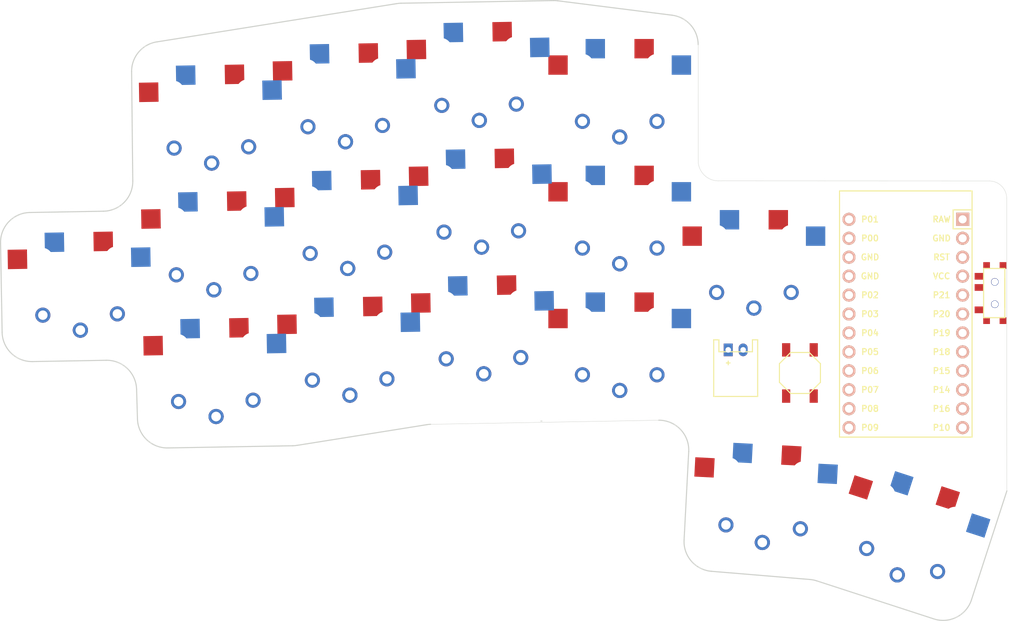
<source format=kicad_pcb>
(kicad_pcb (version 20221018) (generator pcbnew)
  (title_block (title "custom_split") (rev "v1.0.0") (company "Unknown"))
  (layers (0 "F.Cu" signal) (31 "B.Cu" signal) (34 "B.Paste" user) (35 "F.Paste" user) (36 "B.SilkS" user "B.Silkscreen") (37 "F.SilkS" user "F.Silkscreen") (38 "B.Mask" user) (39 "F.Mask" user) (44 "Edge.Cuts" user))
  (net 0 "")
  (net 1 "P5")
  (net 2 "GND")
  (net 3 "P9")
  (net 4 "P4")
  (net 5 "P2")
  (net 6 "P8")
  (net 7 "P3")
  (net 8 "P0")
  (net 9 "P16")
  (net 10 "P10")
  (net 11 "P1")
  (net 12 "P18")
  (net 13 "P15")
  (net 14 "P14")
  (net 15 "P19")
  (net 16 "P20")
  (net 17 "P21")
  (net 18 "RAW")
  (net 19 "RST")
  (net 20 "VCC")
  (net 21 "P6")
  (net 22 "P7")
  (footprint "E73:SPDT_C128955" (layer "F.Cu") (at 282.677422 154.94 -90)
    (fp_text reference "T1" hide)
    (fp_text value "" hide)
    (fp_line (start -3.3 -1.35) (end -3.3 1.5) (stroke (width 0.15)) (layer "F.SilkS"))
    (fp_line (start -3.3 1.5) (end 3.3 1.5) (stroke (width 0.15)) (layer "F.SilkS"))
    (fp_line (start 0 -1.35) (end -3.3 -1.35) (stroke (width 0.15)) (layer "F.SilkS"))
    (fp_line (start 0 -1.35) (end 3.3 -1.35) (stroke (width 0.15)) (layer "F.SilkS"))
    (fp_line (start 1.95 -1.35) (end -1.95 -1.35) (stroke (width 0.15)) (layer "F.SilkS"))
    (fp_line (start 3.3 1.5) (end 3.3 -1.35) (stroke (width 0.15)) (layer "F.SilkS"))
    (pad "" smd rect (at -3.7 -1.1 270) (size 0.9 0.9) (layers "F.Cu" "F.Paste" "F.Mask"))
    (pad "" smd rect (at -3.7 1.1 270) (size 0.9 0.9) (layers "F.Cu" "F.Paste" "F.Mask"))
    (pad "" np_thru_hole circle (at -1.5 0 271) (size 1 1) (drill 0.9) (layers "*.Cu" "*.Mask"))
    (pad "" np_thru_hole circle (at 1.5 0 271) (size 1 1) (drill 0.9) (layers "*.Cu" "*.Mask"))
    (pad "" smd rect (at 3.7 -1.1 270) (size 0.9 0.9) (layers "F.Cu" "F.Paste" "F.Mask"))
    (pad "" smd rect (at 3.7 1.1 270) (size 0.9 0.9) (layers "F.Cu" "F.Paste" "F.Mask"))
    (pad "1" smd rect (at 2.25 2.075 270) (size 0.9 1.25) (layers "F.Cu" "F.Paste" "F.Mask") (net 2 "GND"))
    (pad "2" smd rect (at -0.75 2.075 270) (size 0.9 1.25) (layers "F.Cu" "F.Paste" "F.Mask") (net 20 "VCC"))
    (pad "3" smd rect (at -2.25 2.075 270) (size 0.9 1.25) (layers "F.Cu" "F.Paste" "F.Mask"))
  )
  (footprint "E73:SW_TACT_ALPS_SKQGABE010" (layer "F.Cu") (at 256.54 165.66 -90)
    (fp_text reference "B1" hide)
    (fp_text value "" hide)
    (fp_line (start -2.75 -1.25) (end -2.75 1.25) (stroke (width 0.15)) (layer "F.SilkS"))
    (fp_line (start -2.75 -1.25) (end -1.25 -2.75) (stroke (width 0.15)) (layer "F.SilkS"))
    (fp_line (start -2.75 1.25) (end -1.25 2.75) (stroke (width 0.15)) (layer "F.SilkS"))
    (fp_line (start -1.25 -2.75) (end 1.25 -2.75) (stroke (width 0.15)) (layer "F.SilkS"))
    (fp_line (start -1.25 2.75) (end 1.25 2.75) (stroke (width 0.15)) (layer "F.SilkS"))
    (fp_line (start 2.75 -1.25) (end 1.25 -2.75) (stroke (width 0.15)) (layer "F.SilkS"))
    (fp_line (start 2.75 -1.25) (end 2.75 1.25) (stroke (width 0.15)) (layer "F.SilkS"))
    (fp_line (start 2.75 1.25) (end 1.25 2.75) (stroke (width 0.15)) (layer "F.SilkS"))
    (pad "1" smd rect (at -3.1 -1.85 270) (size 1.8 1.1) (layers "F.Cu" "F.Paste" "F.Mask") (net 2 "GND"))
    (pad "1" smd rect (at 3.1 -1.85 270) (size 1.8 1.1) (layers "F.Cu" "F.Paste" "F.Mask") (net 2 "GND"))
    (pad "2" smd rect (at -3.1 1.85 270) (size 1.8 1.1) (layers "F.Cu" "F.Paste" "F.Mask") (net 19 "RST"))
    (pad "2" smd rect (at 3.1 1.85 270) (size 1.8 1.1) (layers "F.Cu" "F.Paste" "F.Mask") (net 19 "RST"))
  )
  (footprint "PG1350" (layer "F.Cu") (at 159.911833 154.017364 -179)
    (fp_text reference "S17" hide)
    (fp_text value "" hide)
    (pad "" np_thru_hole circle (at -5.5 0 181) (size 1.7018 1.7018) (drill 1.7018) (layers "*.Cu" "*.Mask"))
    (pad "" np_thru_hole circle (at 0 0 181) (size 3.429 3.429) (drill 3.429) (layers "*.Cu" "*.Mask"))
    (pad "" np_thru_hole circle (at 5.5 0 181) (size 1.7018 1.7018) (drill 1.7018) (layers "*.Cu" "*.Mask"))
    (pad "1" thru_hole circle (at -5 -3.8 181) (size 2.032 2.032) (drill 1.27) (layers "*.Cu" "*.Mask") (net 1 "P5"))
    (pad "1" thru_hole circle (at 5 -3.8 181) (size 2.032 2.032) (drill 1.27) (layers "*.Cu" "*.Mask") (net 1 "P5"))
    (pad "2" thru_hole circle (at 0 -5.9 181) (size 2.032 2.032) (drill 1.27) (layers "*.Cu" "*.Mask") (net 2 "GND"))
    (pad "2" thru_hole circle (at 0 -5.9 181) (size 2.032 2.032) (drill 1.27) (layers "*.Cu" "*.Mask") (net 2 "GND"))
  )
  (footprint "PG1350" (layer "F.Cu") (at 213.428903 125.879077 -179)
    (fp_text reference "S26" hide)
    (fp_text value "" hide)
    (pad "" np_thru_hole circle (at -5.5 0 181) (size 1.7018 1.7018) (drill 1.7018) (layers "*.Cu" "*.Mask"))
    (pad "" np_thru_hole circle (at 0 0 181) (size 3.429 3.429) (drill 3.429) (layers "*.Cu" "*.Mask"))
    (pad "" np_thru_hole circle (at 5.5 0 181) (size 1.7018 1.7018) (drill 1.7018) (layers "*.Cu" "*.Mask"))
    (pad "1" thru_hole circle (at -5 -3.8 181) (size 2.032 2.032) (drill 1.27) (layers "*.Cu" "*.Mask") (net 11 "P1"))
    (pad "1" thru_hole circle (at 5 -3.8 181) (size 2.032 2.032) (drill 1.27) (layers "*.Cu" "*.Mask") (net 11 "P1"))
    (pad "2" thru_hole circle (at 0 -5.9 181) (size 2.032 2.032) (drill 1.27) (layers "*.Cu" "*.Mask") (net 2 "GND"))
    (pad "2" thru_hole circle (at 0 -5.9 181) (size 2.032 2.032) (drill 1.27) (layers "*.Cu" "*.Mask") (net 2 "GND"))
  )
  (footprint "PG1350" (layer "F.Cu") (at 251.804001 182.504131 -3)
    (fp_text reference "S15" hide)
    (fp_text value "" hide)
    (pad "" np_thru_hole circle (at -5.5 0 1) (size 1.7018 1.7018) (drill 1.7018) (layers "*.Cu" "*.Mask"))
    (pad "" np_thru_hole circle (at -5 -3.75 1) (size 3 3) (drill 3) (layers "*.Cu" "*.Mask"))
    (pad "" np_thru_hole circle (at 0 -5.95 1) (size 3 3) (drill 3) (layers "*.Cu" "*.Mask"))
    (pad "" np_thru_hole circle (at 0 -5.95 1) (size 3 3) (drill 3) (layers "*.Cu" "*.Mask"))
    (pad "" np_thru_hole circle (at 0 0 1) (size 3.429 3.429) (drill 3.429) (layers "*.Cu" "*.Mask"))
    (pad "" np_thru_hole circle (at 5 -3.75 1) (size 3 3) (drill 3) (layers "*.Cu" "*.Mask"))
    (pad "" np_thru_hole circle (at 5.5 0 1) (size 1.7018 1.7018) (drill 1.7018) (layers "*.Cu" "*.Mask"))
    (pad "1" smd rect (at -3.275 -5.95 357) (size 2.6 2.6) (layers "B.Cu" "B.Paste" "B.Mask") (net 16 "P20"))
    (pad "1" smd rect (at 3.275 -5.95 357) (size 2.6 2.6) (layers "F.Cu" "F.Paste" "F.Mask") (net 16 "P20"))
    (pad "2" smd rect (at -8.275 -3.75 357) (size 2.6 2.6) (layers "F.Cu" "F.Paste" "F.Mask") (net 2 "GND"))
    (pad "2" smd rect (at 8.275 -3.75 357) (size 2.6 2.6) (layers "B.Cu" "B.Paste" "B.Mask") (net 2 "GND"))
  )
  (footprint "PG1350" (layer "F.Cu") (at 232.364002 145.104131)
    (fp_text reference "S12" hide)
    (fp_text value "" hide)
    (pad "" np_thru_hole circle (at -5.5 0 1) (size 1.7018 1.7018) (drill 1.7018) (layers "*.Cu" "*.Mask"))
    (pad "" np_thru_hole circle (at -5 -3.75 1) (size 3 3) (drill 3) (layers "*.Cu" "*.Mask"))
    (pad "" np_thru_hole circle (at 0 -5.95 1) (size 3 3) (drill 3) (layers "*.Cu" "*.Mask"))
    (pad "" np_thru_hole circle (at 0 -5.95 1) (size 3 3) (drill 3) (layers "*.Cu" "*.Mask"))
    (pad "" np_thru_hole circle (at 0 0 1) (size 3.429 3.429) (drill 3.429) (layers "*.Cu" "*.Mask"))
    (pad "" np_thru_hole circle (at 5 -3.75 1) (size 3 3) (drill 3) (layers "*.Cu" "*.Mask"))
    (pad "" np_thru_hole circle (at 5.5 0 1) (size 1.7018 1.7018) (drill 1.7018) (layers "*.Cu" "*.Mask"))
    (pad "1" smd rect (at -3.275 -5.95) (size 2.6 2.6) (layers "B.Cu" "B.Paste" "B.Mask") (net 13 "P15"))
    (pad "1" smd rect (at 3.275 -5.95) (size 2.6 2.6) (layers "F.Cu" "F.Paste" "F.Mask") (net 13 "P15"))
    (pad "2" smd rect (at -8.275 -3.75) (size 2.6 2.6) (layers "F.Cu" "F.Paste" "F.Mask") (net 2 "GND"))
    (pad "2" smd rect (at 8.275 -3.75) (size 2.6 2.6) (layers "B.Cu" "B.Paste" "B.Mask") (net 2 "GND"))
  )
  (footprint "PG1350" (layer "F.Cu") (at 213.725594 142.876487 -179)
    (fp_text reference "S25" hide)
    (fp_text value "" hide)
    (pad "" np_thru_hole circle (at -5.5 0 181) (size 1.7018 1.7018) (drill 1.7018) (layers "*.Cu" "*.Mask"))
    (pad "" np_thru_hole circle (at 0 0 181) (size 3.429 3.429) (drill 3.429) (layers "*.Cu" "*.Mask"))
    (pad "" np_thru_hole circle (at 5.5 0 181) (size 1.7018 1.7018) (drill 1.7018) (layers "*.Cu" "*.Mask"))
    (pad "1" thru_hole circle (at -5 -3.8 181) (size 2.032 2.032) (drill 1.27) (layers "*.Cu" "*.Mask") (net 10 "P10"))
    (pad "1" thru_hole circle (at 5 -3.8 181) (size 2.032 2.032) (drill 1.27) (layers "*.Cu" "*.Mask") (net 10 "P10"))
    (pad "2" thru_hole circle (at 0 -5.9 181) (size 2.032 2.032) (drill 1.27) (layers "*.Cu" "*.Mask") (net 2 "GND"))
    (pad "2" thru_hole circle (at 0 -5.9 181) (size 2.032 2.032) (drill 1.27) (layers "*.Cu" "*.Mask") (net 2 "GND"))
  )
  (footprint "PG1350" (layer "F.Cu") (at 177.523394 131.606587 -179)
    (fp_text reference "S20" hide)
    (fp_text value "" hide)
    (pad "" np_thru_hole circle (at -5.5 0 181) (size 1.7018 1.7018) (drill 1.7018) (layers "*.Cu" "*.Mask"))
    (pad "" np_thru_hole circle (at 0 0 181) (size 3.429 3.429) (drill 3.429) (layers "*.Cu" "*.Mask"))
    (pad "" np_thru_hole circle (at 5.5 0 181) (size 1.7018 1.7018) (drill 1.7018) (layers "*.Cu" "*.Mask"))
    (pad "1" thru_hole circle (at -5 -3.8 181) (size 2.032 2.032) (drill 1.27) (layers "*.Cu" "*.Mask") (net 5 "P2"))
    (pad "1" thru_hole circle (at 5 -3.8 181) (size 2.032 2.032) (drill 1.27) (layers "*.Cu" "*.Mask") (net 5 "P2"))
    (pad "2" thru_hole circle (at 0 -5.9 181) (size 2.032 2.032) (drill 1.27) (layers "*.Cu" "*.Mask") (net 2 "GND"))
    (pad "2" thru_hole circle (at 0 -5.9 181) (size 2.032 2.032) (drill 1.27) (layers "*.Cu" "*.Mask") (net 2 "GND"))
  )
  (footprint "PG1350" (layer "F.Cu") (at 232.364002 128.10413 180)
    (fp_text reference "S29" hide)
    (fp_text value "" hide)
    (pad "" np_thru_hole circle (at -5.5 0 181) (size 1.7018 1.7018) (drill 1.7018) (layers "*.Cu" "*.Mask"))
    (pad "" np_thru_hole circle (at 0 0 181) (size 3.429 3.429) (drill 3.429) (layers "*.Cu" "*.Mask"))
    (pad "" np_thru_hole circle (at 5.5 0 181) (size 1.7018 1.7018) (drill 1.7018) (layers "*.Cu" "*.Mask"))
    (pad "1" thru_hole circle (at -5 -3.8 181) (size 2.032 2.032) (drill 1.27) (layers "*.Cu" "*.Mask") (net 14 "P14"))
    (pad "1" thru_hole circle (at 5 -3.8 181) (size 2.032 2.032) (drill 1.27) (layers "*.Cu" "*.Mask") (net 14 "P14"))
    (pad "2" thru_hole circle (at 0 -5.9 181) (size 2.032 2.032) (drill 1.27) (layers "*.Cu" "*.Mask") (net 2 "GND"))
    (pad "2" thru_hole circle (at 0 -5.9 181) (size 2.032 2.032) (drill 1.27) (layers "*.Cu" "*.Mask") (net 2 "GND"))
  )
  (footprint "PG1350" (layer "F.Cu") (at 196.06953 162.737653 1)
    (fp_text reference "S5" hide)
    (fp_text value "" hide)
    (pad "" np_thru_hole circle (at -5.5 0 1) (size 1.7018 1.7018) (drill 1.7018) (layers "*.Cu" "*.Mask"))
    (pad "" np_thru_hole circle (at -5 -3.75 1) (size 3 3) (drill 3) (layers "*.Cu" "*.Mask"))
    (pad "" np_thru_hole circle (at 0 -5.95 1) (size 3 3) (drill 3) (layers "*.Cu" "*.Mask"))
    (pad "" np_thru_hole circle (at 0 -5.95 1) (size 3 3) (drill 3) (layers "*.Cu" "*.Mask"))
    (pad "" np_thru_hole circle (at 0 0 1) (size 3.429 3.429) (drill 3.429) (layers "*.Cu" "*.Mask"))
    (pad "" np_thru_hole circle (at 5 -3.75 1) (size 3 3) (drill 3) (layers "*.Cu" "*.Mask"))
    (pad "" np_thru_hole circle (at 5.5 0 1) (size 1.7018 1.7018) (drill 1.7018) (layers "*.Cu" "*.Mask"))
    (pad "1" smd rect (at -3.275 -5.95 1) (size 2.6 2.6) (layers "B.Cu" "B.Paste" "B.Mask") (net 6 "P8"))
    (pad "1" smd rect (at 3.275 -5.95 1) (size 2.6 2.6) (layers "F.Cu" "F.Paste" "F.Mask") (net 6 "P8"))
    (pad "2" smd rect (at -8.275 -3.75 1) (size 2.6 2.6) (layers "F.Cu" "F.Paste" "F.Mask") (net 2 "GND"))
    (pad "2" smd rect (at 8.275 -3.75 1) (size 2.6 2.6) (layers "B.Cu" "B.Paste" "B.Mask") (net 2 "GND"))
  )
  (footprint "PG1350" (layer "F.Cu") (at 213.428903 125.879077 1)
    (fp_text reference "S10" hide)
    (fp_text value "" hide)
    (pad "" np_thru_hole circle (at -5.5 0 1) (size 1.7018 1.7018) (drill 1.7018) (layers "*.Cu" "*.Mask"))
    (pad "" np_thru_hole circle (at -5 -3.75 1) (size 3 3) (drill 3) (layers "*.Cu" "*.Mask"))
    (pad "" np_thru_hole circle (at 0 -5.95 1) (size 3 3) (drill 3) (layers "*.Cu" "*.Mask"))
    (pad "" np_thru_hole circle (at 0 -5.95 1) (size 3 3) (drill 3) (layers "*.Cu" "*.Mask"))
    (pad "" np_thru_hole circle (at 0 0 1) (size 3.429 3.429) (drill 3.429) (layers "*.Cu" "*.Mask"))
    (pad "" np_thru_hole circle (at 5 -3.75 1) (size 3 3) (drill 3) (layers "*.Cu" "*.Mask"))
    (pad "" np_thru_hole circle (at 5.5 0 1) (size 1.7018 1.7018) (drill 1.7018) (layers "*.Cu" "*.Mask"))
    (pad "1" smd rect (at -3.275 -5.95 1) (size 2.6 2.6) (layers "B.Cu" "B.Paste" "B.Mask") (net 11 "P1"))
    (pad "1" smd rect (at 3.275 -5.95 1) (size 2.6 2.6) (layers "F.Cu" "F.Paste" "F.Mask") (net 11 "P1"))
    (pad "2" smd rect (at -8.275 -3.75 1) (size 2.6 2.6) (layers "F.Cu" "F.Paste" "F.Mask") (net 2 "GND"))
    (pad "2" smd rect (at 8.275 -3.75 1) (size 2.6 2.6) (layers "B.Cu" "B.Paste" "B.Mask") (net 2 "GND"))
  )
  (footprint "PG1350" (layer "F.Cu") (at 214.022285 159.873898 -179)
    (fp_text reference "S24" hide)
    (fp_text value "" hide)
    (pad "" np_thru_hole circle (at -5.5 0 181) (size 1.7018 1.7018) (drill 1.7018) (layers "*.Cu" "*.Mask"))
    (pad "" np_thru_hole circle (at 0 0 181) (size 3.429 3.429) (drill 3.429) (layers "*.Cu" "*.Mask"))
    (pad "" np_thru_hole circle (at 5.5 0 181) (size 1.7018 1.7018) (drill 1.7018) (layers "*.Cu" "*.Mask"))
    (pad "1" thru_hole circle (at -5 -3.8 181) (size 2.032 2.032) (drill 1.27) (layers "*.Cu" "*.Mask") (net 9 "P16"))
    (pad "1" thru_hole circle (at 5 -3.8 181) (size 2.032 2.032) (drill 1.27) (layers "*.Cu" "*.Mask") (net 9 "P16"))
    (pad "2" thru_hole circle (at 0 -5.9 181) (size 2.032 2.032) (drill 1.27) (layers "*.Cu" "*.Mask") (net 2 "GND"))
    (pad "2" thru_hole circle (at 0 -5.9 181) (size 2.032 2.032) (drill 1.27) (layers "*.Cu" "*.Mask") (net 2 "GND"))
  )
  (footprint "PG1350" (layer "F.Cu") (at 271.420135 187.133694 -18)
    (fp_text reference "S16" hide)
    (fp_text value "" hide)
    (pad "" np_thru_hole circle (at -5.5 0 1) (size 1.7018 1.7018) (drill 1.7018) (layers "*.Cu" "*.Mask"))
    (pad "" np_thru_hole circle (at -5 -3.75 1) (size 3 3) (drill 3) (layers "*.Cu" "*.Mask"))
    (pad "" np_thru_hole circle (at 0 -5.95 1) (size 3 3) (drill 3) (layers "*.Cu" "*.Mask"))
    (pad "" np_thru_hole circle (at 0 -5.95 1) (size 3 3) (drill 3) (layers "*.Cu" "*.Mask"))
    (pad "" np_thru_hole circle (at 0 0 1) (size 3.429 3.429) (drill 3.429) (layers "*.Cu" "*.Mask"))
    (pad "" np_thru_hole circle (at 5 -3.75 1) (size 3 3) (drill 3) (layers "*.Cu" "*.Mask"))
    (pad "" np_thru_hole circle (at 5.5 0 1) (size 1.7018 1.7018) (drill 1.7018) (layers "*.Cu" "*.Mask"))
    (pad "1" smd rect (at -3.275 -5.95 342) (size 2.6 2.6) (layers "B.Cu" "B.Paste" "B.Mask") (net 17 "P21"))
    (pad "1" smd rect (at 3.275 -5.95 342) (size 2.6 2.6) (layers "F.Cu" "F.Paste" "F.Mask") (net 17 "P21"))
    (pad "2" smd rect (at -8.275 -3.75 342) (size 2.6 2.6) (layers "F.Cu" "F.Paste" "F.Mask") (net 2 "GND"))
    (pad "2" smd rect (at 8.275 -3.75 342) (size 2.6 2.6) (layers "B.Cu" "B.Paste" "B.Mask") (net 2 "GND"))
  )
  (footprint "PG1350" (layer "F.Cu") (at 196.06953 162.737653 -179)
    (fp_text reference "S21" hide)
    (fp_text value "" hide)
    (pad "" np_thru_hole circle (at -5.5 0 181) (size 1.7018 1.7018) (drill 1.7018) (layers "*.Cu" "*.Mask"))
    (pad "" np_thru_hole circle (at 0 0 181) (size 3.429 3.429) (drill 3.429) (layers "*.Cu" "*.Mask"))
    (pad "" np_thru_hole circle (at 5.5 0 181) (size 1.7018 1.7018) (drill 1.7018) (layers "*.Cu" "*.Mask"))
    (pad "1" thru_hole circle (at -5 -3.8 181) (size 2.032 2.032) (drill 1.27) (layers "*.Cu" "*.Mask") (net 6 "P8"))
    (pad "1" thru_hole circle (at 5 -3.8 181) (size 2.032 2.032) (drill 1.27) (layers "*.Cu" "*.Mask") (net 6 "P8"))
    (pad "2" thru_hole circle (at 0 -5.9 181) (size 2.032 2.032) (drill 1.27) (layers "*.Cu" "*.Mask") (net 2 "GND"))
    (pad "2" thru_hole circle (at 0 -5.9 181) (size 2.032 2.032) (drill 1.27) (layers "*.Cu" "*.Mask") (net 2 "GND"))
  )
  (footprint "PG1350" (layer "F.Cu") (at 195.476148 128.742832 1)
    (fp_text reference "S7" hide)
    (fp_text value "" hide)
    (pad "" np_thru_hole circle (at -5.5 0 1) (size 1.7018 1.7018) (drill 1.7018) (layers "*.Cu" "*.Mask"))
    (pad "" np_thru_hole circle (at -5 -3.75 1) (size 3 3) (drill 3) (layers "*.Cu" "*.Mask"))
    (pad "" np_thru_hole circle (at 0 -5.95 1) (size 3 3) (drill 3) (layers "*.Cu" "*.Mask"))
    (pad "" np_thru_hole circle (at 0 -5.95 1) (size 3 3) (drill 3) (layers "*.Cu" "*.Mask"))
    (pad "" np_thru_hole circle (at 0 0 1) (size 3.429 3.429) (drill 3.429) (layers "*.Cu" "*.Mask"))
    (pad "" np_thru_hole circle (at 5 -3.75 1) (size 3 3) (drill 3) (layers "*.Cu" "*.Mask"))
    (pad "" np_thru_hole circle (at 5.5 0 1) (size 1.7018 1.7018) (drill 1.7018) (layers "*.Cu" "*.Mask"))
    (pad "1" smd rect (at -3.275 -5.95 1) (size 2.6 2.6) (layers "B.Cu" "B.Paste" "B.Mask") (net 8 "P0"))
    (pad "1" smd rect (at 3.275 -5.95 1) (size 2.6 2.6) (layers "F.Cu" "F.Paste" "F.Mask") (net 8 "P0"))
    (pad "2" smd rect (at -8.275 -3.75 1) (size 2.6 2.6) (layers "F.Cu" "F.Paste" "F.Mask") (net 2 "GND"))
    (pad "2" smd rect (at 8.275 -3.75 1) (size 2.6 2.6) (layers "B.Cu" "B.Paste" "B.Mask") (net 2 "GND"))
  )
  (footprint "PG1350" (layer "F.Cu") (at 177.523394 131.606587 1)
    (fp_text reference "S4" hide)
    (fp_text value "" hide)
    (pad "" np_thru_hole circle (at -5.5 0 1) (size 1.7018 1.7018) (drill 1.7018) (layers "*.Cu" "*.Mask"))
    (pad "" np_thru_hole circle (at -5 -3.75 1) (size 3 3) (drill 3) (layers "*.Cu" "*.Mask"))
    (pad "" np_thru_hole circle (at 0 -5.95 1) (size 3 3) (drill 3) (layers "*.Cu" "*.Mask"))
    (pad "" np_thru_hole circle (at 0 -5.95 1) (size 3 3) (drill 3) (layers "*.Cu" "*.Mask"))
    (pad "" np_thru_hole circle (at 0 0 1) (size 3.429 3.429) (drill 3.429) (layers "*.Cu" "*.Mask"))
    (pad "" np_thru_hole circle (at 5 -3.75 1) (size 3 3) (drill 3) (layers "*.Cu" "*.Mask"))
    (pad "" np_thru_hole circle (at 5.5 0 1) (size 1.7018 1.7018) (drill 1.7018) (layers "*.Cu" "*.Mask"))
    (pad "1" smd rect (at -3.275 -5.95 1) (size 2.6 2.6) (layers "B.Cu" "B.Paste" "B.Mask") (net 5 "P2"))
    (pad "1" smd rect (at 3.275 -5.95 1) (size 2.6 2.6) (layers "F.Cu" "F.Paste" "F.Mask") (net 5 "P2"))
    (pad "2" smd rect (at -8.275 -3.75 1) (size 2.6 2.6) (layers "F.Cu" "F.Paste" "F.Mask") (net 2 "GND"))
    (pad "2" smd rect (at 8.275 -3.75 1) (size 2.6 2.6) (layers "B.Cu" "B.Paste" "B.Mask") (net 2 "GND"))
  )
  (footprint "PG1350" (layer "F.Cu") (at 232.364002 162.104131)
    (fp_text reference "S11" hide)
    (fp_text value "" hide)
    (pad "" np_thru_hole circle (at -5.5 0 1) (size 1.7018 1.7018) (drill 1.7018) (layers "*.Cu" "*.Mask"))
    (pad "" np_thru_hole circle (at -5 -3.75 1) (size 3 3) (drill 3) (layers "*.Cu" "*.Mask"))
    (pad "" np_thru_hole circle (at 0 -5.95 1) (size 3 3) (drill 3) (layers "*.Cu" "*.Mask"))
    (pad "" np_thru_hole circle (at 0 -5.95 1) (size 3 3) (drill 3) (layers "*.Cu" "*.Mask"))
    (pad "" np_thru_hole circle (at 0 0 1) (size 3.429 3.429) (drill 3.429) (layers "*.Cu" "*.Mask"))
    (pad "" np_thru_hole circle (at 5 -3.75 1) (size 3 3) (drill 3) (layers "*.Cu" "*.Mask"))
    (pad "" np_thru_hole circle (at 5.5 0 1) (size 1.7018 1.7018) (drill 1.7018) (layers "*.Cu" "*.Mask"))
    (pad "1" smd rect (at -3.275 -5.95) (size 2.6 2.6) (layers "B.Cu" "B.Paste" "B.Mask") (net 12 "P18"))
    (pad "1" smd rect (at 3.275 -5.95) (size 2.6 2.6) (layers "F.Cu" "F.Paste" "F.Mask") (net 12 "P18"))
    (pad "2" smd rect (at -8.275 -3.75) (size 2.6 2.6) (layers "F.Cu" "F.Paste" "F.Mask") (net 2 "GND"))
    (pad "2" smd rect (at 8.275 -3.75) (size 2.6 2.6) (layers "B.Cu" "B.Paste" "B.Mask") (net 2 "GND"))
  )
  (footprint "PG1350" (layer "F.Cu") (at 178.116775 165.601409 -179)
    (fp_text reference "S18" hide)
    (fp_text value "" hide)
    (pad "" np_thru_hole circle (at -5.5 0 181) (size 1.7018 1.7018) (drill 1.7018) (layers "*.Cu" "*.Mask"))
    (pad "" np_thru_hole circle (at 0 0 181) (size 3.429 3.429) (drill 3.429) (layers "*.Cu" "*.Mask"))
    (pad "" np_thru_hole circle (at 5.5 0 181) (size 1.7018 1.7018) (drill 1.7018) (layers "*.Cu" "*.Mask"))
    (pad "1" thru_hole circle (at -5 -3.8 181) (size 2.032 2.032) (drill 1.27) (layers "*.Cu" "*.Mask") (net 3 "P9"))
    (pad "1" thru_hole circle (at 5 -3.8 181) (size 2.032 2.032) (drill 1.27) (layers "*.Cu" "*.Mask") (net 3 "P9"))
    (pad "2" thru_hole circle (at 0 -5.9 181) (size 2.032 2.032) (drill 1.27) (layers "*.Cu" "*.Mask") (net 2 "GND"))
    (pad "2" thru_hole circle (at 0 -5.9 181) (size 2.032 2.032) (drill 1.27) (layers "*.Cu" "*.Mask") (net 2 "GND"))
  )
  (footprint "PG1350" (layer "F.Cu") (at 177.820084 148.603998 1)
    (fp_text reference "S3" hide)
    (fp_text value "" hide)
    (pad "" np_thru_hole circle (at -5.5 0 1) (size 1.7018 1.7018) (drill 1.7018) (layers "*.Cu" "*.Mask"))
    (pad "" np_thru_hole circle (at -5 -3.75 1) (size 3 3) (drill 3) (layers "*.Cu" "*.Mask"))
    (pad "" np_thru_hole circle (at 0 -5.95 1) (size 3 3) (drill 3) (layers "*.Cu" "*.Mask"))
    (pad "" np_thru_hole circle (at 0 -5.95 1) (size 3 3) (drill 3) (layers "*.Cu" "*.Mask"))
    (pad "" np_thru_hole circle (at 0 0 1) (size 3.429 3.429) (drill 3.429) (layers "*.Cu" "*.Mask"))
    (pad "" np_thru_hole circle (at 5 -3.75 1) (size 3 3) (drill 3) (layers "*.Cu" "*.Mask"))
    (pad "" np_thru_hole circle (at 5.5 0 1) (size 1.7018 1.7018) (drill 1.7018) (layers "*.Cu" "*.Mask"))
    (pad "1" smd rect (at -3.275 -5.95 1) (size 2.6 2.6) (layers "B.Cu" "B.Paste" "B.Mask") (net 4 "P4"))
    (pad "1" smd rect (at 3.275 -5.95 1) (size 2.6 2.6) (layers "F.Cu" "F.Paste" "F.Mask") (net 4 "P4"))
    (pad "2" smd rect (at -8.275 -3.75 1) (size 2.6 2.6) (layers "F.Cu" "F.Paste" "F.Mask") (net 2 "GND"))
    (pad "2" smd rect (at 8.275 -3.75 1) (size 2.6 2.6) (layers "B.Cu" "B.Paste" "B.Mask") (net 2 "GND"))
  )
  (footprint "PG1350" (layer "F.Cu") (at 214.022285 159.873898 1)
    (fp_text reference "S8" hide)
    (fp_text value "" hide)
    (pad "" np_thru_hole circle (at -5.5 0 1) (size 1.7018 1.7018) (drill 1.7018) (layers "*.Cu" "*.Mask"))
    (pad "" np_thru_hole circle (at -5 -3.75 1) (size 3 3) (drill 3) (layers "*.Cu" "*.Mask"))
    (pad "" np_thru_hole circle (at 0 -5.95 1) (size 3 3) (drill 3) (layers "*.Cu" "*.Mask"))
    (pad "" np_thru_hole circle (at 0 -5.95 1) (size 3 3) (drill 3) (layers "*.Cu" "*.Mask"))
    (pad "" np_thru_hole circle (at 0 0 1) (size 3.429 3.429) (drill 3.429) (layers "*.Cu" "*.Mask"))
    (pad "" np_thru_hole circle (at 5 -3.75 1) (size 3 3) (drill 3) (layers "*.Cu" "*.Mask"))
    (pad "" np_thru_hole circle (at 5.5 0 1) (size 1.7018 1.7018) (drill 1.7018) (layers "*.Cu" "*.Mask"))
    (pad "1" smd rect (at -3.275 -5.95 1) (size 2.6 2.6) (layers "B.Cu" "B.Paste" "B.Mask") (net 9 "P16"))
    (pad "1" smd rect (at 3.275 -5.95 1) (size 2.6 2.6) (layers "F.Cu" "F.Paste" "F.Mask") (net 9 "P16"))
    (pad "2" smd rect (at -8.275 -3.75 1) (size 2.6 2.6) (layers "F.Cu" "F.Paste" "F.Mask") (net 2 "GND"))
    (pad "2" smd rect (at 8.275 -3.75 1) (size 2.6 2.6) (layers "B.Cu" "B.Paste" "B.Mask") (net 2 "GND"))
  )
  (footprint "PG1350" (layer "F.Cu") (at 251.804001 182.504131 177)
    (fp_text reference "S31" hide)
    (fp_text value "" hide)
    (pad "" np_thru_hole circle (at -5.5 0 181) (size 1.7018 1.7018) (drill 1.7018) (layers "*.Cu" "*.Mask"))
    (pad "" np_thru_hole circle (at 0 0 181) (size 3.429 3.429) (drill 3.429) (layers "*.Cu" "*.Mask"))
    (pad "" np_thru_hole circle (at 5.5 0 181) (size 1.7018 1.7018) (drill 1.7018) (layers "*.Cu" "*.Mask"))
    (pad "1" thru_hole circle (at -5 -3.8 181) (size 2.032 2.032) (drill 1.27) (layers "*.Cu" "*.Mask") (net 16 "P20"))
    (pad "1" thru_hole circle (at 5 -3.8 181) (size 2.032 2.032) (drill 1.27) (layers "*.Cu" "*.Mask") (net 16 "P20"))
    (pad "2" thru_hole circle (at 0 -5.9 181) (size 2.032 2.032) (drill 1.27) (layers "*.Cu" "*.Mask") (net 2 "GND"))
    (pad "2" thru_hole circle (at 0 -5.9 181) (size 2.032 2.032) (drill 1.27) (layers "*.Cu" "*.Mask") (net 2 "GND"))
  )
  (footprint "PG1350" (layer "F.Cu") (at 232.364002 128.10413)
    (fp_text reference "S13" hide)
    (fp_text value "" hide)
    (pad "" np_thru_hole circle (at -5.5 0 1) (size 1.7018 1.7018) (drill 1.7018) (layers "*.Cu" "*.Mask"))
    (pad "" np_thru_hole circle (at -5 -3.75 1) (size 3 3) (drill 3) (layers "*.Cu" "*.Mask"))
    (pad "" np_thru_hole circle (at 0 -5.95 1) (size 3 3) (drill 3) (layers "*.Cu" "*.Mask"))
    (pad "" np_thru_hole circle (at 0 -5.95 1) (size 3 3) (drill 3) (layers "*.Cu" "*.Mask"))
    (pad "" np_thru_hole circle (at 0 0 1) (size 3.429 3.429) (drill 3.429) (layers "*.Cu" "*.Mask"))
    (pad "" np_thru_hole circle (at 5 -3.75 1) (size 3 3) (drill 3) (layers "*.Cu" "*.Mask"))
    (pad "" np_thru_hole circle (at 5.5 0 1) (size 1.7018 1.7018) (drill 1.7018) (layers "*.Cu" "*.Mask"))
    (pad "1" smd rect (at -3.275 -5.95) (size 2.6 2.6) (layers "B.Cu" "B.Paste" "B.Mask") (net 14 "P14"))
    (pad "1" smd rect (at 3.275 -5.95) (size 2.6 2.6) (layers "F.Cu" "F.Paste" "F.Mask") (net 14 "P14"))
    (pad "2" smd rect (at -8.275 -3.75) (size 2.6 2.6) (layers "F.Cu" "F.Paste" "F.Mask") (net 2 "GND"))
    (pad "2" smd rect (at 8.275 -3.75) (size 2.6 2.6) (layers "B.Cu" "B.Paste" "B.Mask") (net 2 "GND"))
  )
  (footprint "PG1350" (layer "F.Cu") (at 159.911833 154.017364 1)
    (fp_text reference "S1" hide)
    (fp_text value "" hide)
    (pad "" np_thru_hole circle (at -5.5 0 1) (size 1.7018 1.7018) (drill 1.7018) (layers "*.Cu" "*.Mask"))
    (pad "" np_thru_hole circle (at -5 -3.75 1) (size 3 3) (drill 3) (layers "*.Cu" "*.Mask"))
    (pad "" np_thru_hole circle (at 0 -5.95 1) (size 3 3) (drill 3) (layers "*.Cu" "*.Mask"))
    (pad "" np_thru_hole circle (at 0 -5.95 1) (size 3 3) (drill 3) (layers "*.Cu" "*.Mask"))
    (pad "" np_thru_hole circle (at 0 0 1) (size 3.429 3.429) (drill 3.429) (layers "*.Cu" "*.Mask"))
    (pad "" np_thru_hole circle (at 5 -3.75 1) (size 3 3) (drill 3) (layers "*.Cu" "*.Mask"))
    (pad "" np_thru_hole circle (at 5.5 0 1) (size 1.7018 1.7018) (drill 1.7018) (layers "*.Cu" "*.Mask"))
    (pad "1" smd rect (at -3.275 -5.95 1) (size 2.6 2.6) (layers "B.Cu" "B.Paste" "B.Mask") (net 1 "P5"))
    (pad "1" smd rect (at 3.275 -5.95 1) (size 2.6 2.6) (layers "F.Cu" "F.Paste" "F.Mask") (net 1 "P5"))
    (pad "2" smd rect (at -8.275 -3.75 1) (size 2.6 2.6) (layers "F.Cu" "F.Paste" "F.Mask") (net 2 "GND"))
    (pad "2" smd rect (at 8.275 -3.75 1) (size 2.6 2.6) (layers "B.Cu" "B.Paste" "B.Mask") (net 2 "GND"))
  )
  (footprint "PG1350" (layer "F.Cu") (at 195.772839 145.740243 1)
    (fp_text reference "S6" hide)
    (fp_text value "" hide)
    (pad "" np_thru_hole circle (at -5.5 0 1) (size 1.7018 1.7018) (drill 1.7018) (layers "*.Cu" "*.Mask"))
    (pad "" np_thru_hole circle (at -5 -3.75 1) (size 3 3) (drill 3) (layers "*.Cu" "*.Mask"))
    (pad "" np_thru_hole circle (at 0 -5.95 1) (size 3 3) (drill 3) (layers "*.Cu" "*.Mask"))
    (pad "" np_thru_hole circle (at 0 -5.95 1) (size 3 3) (drill 3) (layers "*.Cu" "*.Mask"))
    (pad "" np_thru_hole circle (at 0 0 1) (size 3.429 3.429) (drill 3.429) (layers "*.Cu" "*.Mask"))
    (pad "" np_thru_hole circle (at 5 -3.75 1) (size 3 3) (drill 3) (layers "*.Cu" "*.Mask"))
    (pad "" np_thru_hole circle (at 5.5 0 1) (size 1.7018 1.7018) (drill 1.7018) (layers "*.Cu" "*.Mask"))
    (pad "1" smd rect (at -3.275 -5.95 1) (size 2.6 2.6) (layers "B.Cu" "B.Paste" "B.Mask") (net 7 "P3"))
    (pad "1" smd rect (at 3.275 -5.95 1) (size 2.6 2.6) (layers "F.Cu" "F.Paste" "F.Mask") (net 7 "P3"))
    (pad "2" smd rect (at -8.275 -3.75 1) (size 2.6 2.6) (layers "F.Cu" "F.Paste" "F.Mask") (net 2 "GND"))
    (pad "2" smd rect (at 8.275 -3.75 1) (size 2.6 2.6) (layers "B.Cu" "B.Paste" "B.Mask") (net 2 "GND"))
  )
  (footprint "PG1350" (layer "F.Cu") (at 178.116775 165.601409 1)
    (fp_text reference "S2" hide)
    (fp_text value "" hide)
    (pad "" np_thru_hole circle (at -5.5 0 1) (size 1.7018 1.7018) (drill 1.7018) (layers "*.Cu" "*.Mask"))
    (pad "" np_thru_hole circle (at -5 -3.75 1) (size 3 3) (drill 3) (layers "*.Cu" "*.Mask"))
    (pad "" np_thru_hole circle (at 0 -5.95 1) (size 3 3) (drill 3) (layers "*.Cu" "*.Mask"))
    (pad "" np_thru_hole circle (at 0 -5.95 1) (size 3 3) (drill 3) (layers "*.Cu" "*.Mask"))
    (pad "" np_thru_hole circle (at 0 0 1) (size 3.429 3.429) (drill 3.429) (layers "*.Cu" "*.Mask"))
    (pad "" np_thru_hole circle (at 5 -3.75 1) (size 3 3) (drill 3) (layers "*.Cu" "*.Mask"))
    (pad "" np_thru_hole circle (at 5.5 0 1) (size 1.7018 1.7018) (drill 1.7018) (layers "*.Cu" "*.Mask"))
    (pad "1" smd rect (at -3.275 -5.95 1) (size 2.6 2.6) (layers "B.Cu" "B.Paste" "B.Mask") (net 3 "P9"))
    (pad "1" smd rect (at 3.275 -5.95 1) (size 2.6 2.6) (layers "F.Cu" "F.Paste" "F.Mask") (net 3 "P9"))
    (pad "2" smd rect (at -8.275 -3.75 1) (size 2.6 2.6) (layers "F.Cu" "F.Paste" "F.Mask") (net 2 "GND"))
    (pad "2" smd rect (at 8.275 -3.75 1) (size 2.6 2.6) (layers "B.Cu" "B.Paste" "B.Mask") (net 2 "GND"))
  )
  (footprint "PG1350" (layer "F.Cu") (at 195.772839 145.740243 -179)
    (fp_text reference "S22" hide)
    (fp_text value "" hide)
    (pad "" np_thru_hole circle (at -5.5 0 181) (size 1.7018 1.7018) (drill 1.7018) (layers "*.Cu" "*.Mask"))
    (pad "" np_thru_hole circle (at 0 0 181) (size 3.429 3.429) (drill 3.429) (layers "*.Cu" "*.Mask"))
    (pad "" np_thru_hole circle (at 5.5 0 181) (size 1.7018 1.7018) (drill 1.7018) (layers "*.Cu" "*.Mask"))
    (pad "1" thru_hole circle (at -5 -3.8 181) (size 2.032 2.032) (drill 1.27) (layers "*.Cu" "*.Mask") (net 7 "P3"))
    (pad "1" thru_hole circle (at 5 -3.8 181) (size 2.032 2.032) (drill 1.27) (layers "*.Cu" "*.Mask") (net 7 "P3"))
    (pad "2" thru_hole circle (at 0 -5.9 181) (size 2.032 2.032) (drill 1.27) (layers "*.Cu" "*.Mask") (net 2 "GND"))
    (pad "2" thru_hole circle (at 0 -5.9 181) (size 2.032 2.032) (drill 1.27) (layers "*.Cu" "*.Mask") (net 2 "GND"))
  )
  (footprint "PG1350" (layer "F.Cu") (at 271.420135 187.133694 162)
    (fp_text reference "S32" hide)
    (fp_text value "" hide)
    (pad "" np_thru_hole circle (at -5.5 0 181) (size 1.7018 1.7018) (drill 1.7018) (layers "*.Cu" "*.Mask"))
    (pad "" np_thru_hole circle (at 0 0 181) (size 3.429 3.429) (drill 3.429) (layers "*.Cu" "*.Mask"))
    (pad "" np_thru_hole circle (at 5.5 0 181) (size 1.7018 1.7018) (drill 1.7018) (layers "*.Cu" "*.Mask"))
    (pad "1" thru_hole circle (at -5 -3.8 181) (size 2.032 2.032) (drill 1.27) (layers "*.Cu" "*.Mask") (net 17 "P21"))
    (pad "1" thru_hole circle (at 5 -3.8 181) (size 2.032 2.032) (drill 1.27) (layers "*.Cu" "*.Mask") (net 17 "P21"))
    (pad "2" thru_hole circle (at 0 -5.9 181) (size 2.032 2.032) (drill 1.27) (layers "*.Cu" "*.Mask") (net 2 "GND"))
    (pad "2" thru_hole circle (at 0 -5.9 181) (size 2.032 2.032) (drill 1.27) (layers "*.Cu" "*.Mask") (net 2 "GND"))
  )
  (footprint "JST_PH_S2B-PH-K_02x2.00mm_Angled" (layer "F.Cu") (at 247.92 162.56)
    (fp_text reference "JST1" hide)
    (fp_text value "" hide)
    (fp_line (start -2.95 -1.35) (end -2.95 6.25) (stroke (width 0.15)) (layer "F.SilkS"))
    (fp_line (start -2.95 6.25) (end 2.95 6.25) (stroke (width 0.15)) (layer "F.SilkS"))
    (fp_line (start -2.25 -1.35) (end -2.95 -1.35) (stroke (width 0.15)) (layer "F.SilkS"))
    (fp_line (start -2.25 0.25) (end -2.25 -1.35) (stroke (width 0.15)) (layer "F.SilkS"))
    (fp_line (start -1.25 1.75) (end -0.75 1.75) (stroke (width 0.15)) (layer "F.SilkS"))
    (fp_line (start -1 1.5) (end -1 2) (stroke (width 0.15)) (layer "F.SilkS"))
    (fp_line (start 2.25 -1.35) (end 2.25 0.25) (stroke (width 0.15)) (layer "F.SilkS"))
    (fp_line (start 2.25 0.25) (end -2.25 0.25) (stroke (width 0.15)) (layer "F.SilkS"))
    (fp_line (start 2.95 -1.35) (end 2.25 -1.35) (stroke (width 0.15)) (layer "F.SilkS"))
    (fp_line (start 2.95 6.25) (end 2.95 -1.35) (stroke (width 0.15)) (layer "F.SilkS"))
    (pad "1" thru_hole rect (at -1 0) (size 1.2 1.7) (drill 0.75) (layers "*.Cu" "*.Mask") (net 20 "VCC"))
    (pad "2" thru_hole oval (at 1 0) (size 1.2 1.7) (drill 0.75) (layers "*.Cu" "*.Mask") (net 2 "GND"))
  )
  (footprint "PG1350" (layer "F.Cu") (at 232.364002 162.104131 180)
    (fp_text reference "S27" hide)
    (fp_text value "" hide)
    (pad "" np_thru_hole circle (at -5.5 0 181) (size 1.7018 1.7018) (drill 1.7018) (layers "*.Cu" "*.Mask"))
    (pad "" np_thru_hole circle (at 0 0 181) (size 3.429 3.429) (drill 3.429) (layers "*.Cu" "*.Mask"))
    (pad "" np_thru_hole circle (at 5.5 0 181) (size 1.7018 1.7018) (drill 1.7018) (layers "*.Cu" "*.Mask"))
    (pad "1" thru_hole circle (at -5 -3.8 181) (size 2.032 2.032) (drill 1.27) (layers "*.Cu" "*.Mask") (net 12 "P18"))
    (pad "1" thru_hole circle (at 5 -3.8 181) (size 2.032 2.032) (drill 1.27) (layers "*.Cu" "*.Mask") (net 12 "P18"))
    (pad "2" thru_hole circle (at 0 -5.9 181) (size 2.032 2.032) (drill 1.27) (layers "*.Cu" "*.Mask") (net 2 "GND"))
    (pad "2" thru_hole circle (at 0 -5.9 181) (size 2.032 2.032) (drill 1.27) (layers "*.Cu" "*.Mask") (net 2 "GND"))
  )
  (footprint "PG1350" (layer "F.Cu") (at 232.364002 145.104131 180)
    (fp_text reference "S28" hide)
    (fp_text value "" hide)
    (pad "" np_thru_hole circle (at -5.5 0 181) (size 1.7018 1.7018) (drill 1.7018) (layers "*.Cu" "*.Mask"))
    (pad "" np_thru_hole circle (at 0 0 181) (size 3.429 3.429) (drill 3.429) (layers "*.Cu" "*.Mask"))
    (pad "" np_thru_hole circle (at 5.5 0 181) (size 1.7018 1.7018) (drill 1.7018) (layers "*.Cu" "*.Mask"))
    (pad "1" thru_hole circle (at -5 -3.8 181) (size 2.032 2.032) (drill 1.27) (layers "*.Cu" "*.Mask") (net 13 "P15"))
    (pad "1" thru_hole circle (at 5 -3.8 181) (size 2.032 2.032) (drill 1.27) (layers "*.Cu" "*.Mask") (net 13 "P15"))
    (pad "2" thru_hole circle (at 0 -5.9 181) (size 2.032 2.032) (drill 1.27) (layers "*.Cu" "*.Mask") (net 2 "GND"))
    (pad "2" thru_hole circle (at 0 -5.9 181) (size 2.032 2.032) (drill 1.27) (layers "*.Cu" "*.Mask") (net 2 "GND"))
  )
  (footprint "PG1350" (layer "F.Cu") (at 213.725594 142.876487 1)
    (fp_text reference "S9" hide)
    (fp_text value "" hide)
    (pad "" np_thru_hole circle (at -5.5 0 1) (size 1.7018 1.7018) (drill 1.7018) (layers "*.Cu" "*.Mask"))
    (pad "" np_thru_hole circle (at -5 -3.75 1) (size 3 3) (drill 3) (layers "*.Cu" "*.Mask"))
    (pad "" np_thru_hole circle (at 0 -5.95 1) (size 3 3) (drill 3) (layers "*.Cu" "*.Mask"))
    (pad "" np_thru_hole circle (at 0 -5.95 1) (size 3 3) (drill 3) (layers "*.Cu" "*.Mask"))
    (pad "" np_thru_hole circle (at 0 0 1) (size 3.429 3.429) (drill 3.429) (layers "*.Cu" "*.Mask"))
    (pad "" np_thru_hole circle (at 5 -3.75 1) (size 3 3) (drill 3) (layers "*.Cu" "*.Mask"))
    (pad "" np_thru_hole circle (at 5.5 0 1) (size 1.7018 1.7018) (drill 1.7018) (layers "*.Cu" "*.Mask"))
    (pad "1" smd rect (at -3.275 -5.95 1) (size 2.6 2.6) (layers "B.Cu" "B.Paste" "B.Mask") (net 10 "P10"))
    (pad "1" smd rect (at 3.275 -5.95 1) (size 2.6 2.6) (layers "F.Cu" "F.Paste" "F.Mask") (net 10 "P10"))
    (pad "2" smd rect (at -8.275 -3.75 1) (size 2.6 2.6) (layers "F.Cu" "F.Paste" "F.Mask") (net 2 "GND"))
    (pad "2" smd rect (at 8.275 -3.75 1) (size 2.6 2.6) (layers "B.Cu" "B.Paste" "B.Mask") (net 2 "GND"))
  )
  (footprint "PG1350" (layer "F.Cu") (at 250.364002 151.054131)
    (fp_text reference "S14" hide)
    (fp_text value "" hide)
    (pad "" np_thru_hole circle (at -5.5 0 1) (size 1.7018 1.7018) (drill 1.7018) (layers "*.Cu" "*.Mask"))
    (pad "" np_thru_hole circle (at -5 -3.75 1) (size 3 3) (drill 3) (layers "*.Cu" "*.Mask"))
    (pad "" np_thru_hole circle (at 0 -5.95 1) (size 3 3) (drill 3) (layers "*.Cu" "*.Mask"))
    (pad "" np_thru_hole circle (at 0 -5.95 1) (size 3 3) (drill 3) (layers "*.Cu" "*.Mask"))
    (pad "" np_thru_hole circle (at 0 0 1) (size 3.429 3.429) (drill 3.429) (layers "*.Cu" "*.Mask"))
    (pad "" np_thru_hole circle (at 5 -3.75 1) (size 3 3) (drill 3) (layers "*.Cu" "*.Mask"))
    (pad "" np_thru_hole circle (at 5.5 0 1) (size 1.7018 1.7018) (drill 1.7018) (layers "*.Cu" "*.Mask"))
    (pad "1" smd rect (at -3.275 -5.95) (size 2.6 2.6) (layers "B.Cu" "B.Paste" "B.Mask") (net 15 "P19"))
    (pad "1" smd rect (at 3.275 -5.95) (size 2.6 2.6) (layers "F.Cu" "F.Paste" "F.Mask") (net 15 "P19"))
    (pad "2" smd rect (at -8.275 -3.75) (size 2.6 2.6) (layers "F.Cu" "F.Paste" "F.Mask") (net 2 "GND"))
    (pad "2" smd rect (at 8.275 -3.75) (size 2.6 2.6) (layers "B.Cu" "B.Paste" "B.Mask") (net 2 "GND"))
  )
  (footprint "PG1350" (layer "F.Cu") (at 250.364002 151.054131 180)
    (fp_text reference "S30" hide)
    (fp_text value "" hide)
    (pad "" np_thru_hole circle (at -5.5 0 181) (size 1.7018 1.7018) (drill 1.7018) (layers "*.Cu" "*.Mask"))
    (pad "" np_thru_hole circle (at 0 0 181) (size 3.429 3.429) (drill 3.429) (layers "*.Cu" "*.Mask"))
    (pad "" np_thru_hole circle (at 5.5 0 181) (size 1.7018 1.7018) (drill 1.7018) (layers "*.Cu" "*.Mask"))
    (pad "1" thru_hole circle (at -5 -3.8 181) (size 2.032 2.032) (drill 1.27) (layers "*.Cu" "*.Mask") (net 15 "P19"))
    (pad "1" thru_hole circle (at 5 -3.8 181) (size 2.032 2.032) (drill 1.27) (layers "*.Cu" "*.Mask") (net 15 "P19"))
    (pad "2" thru_hole circle (at 0 -5.9 181) (size 2.032 2.032) (drill 1.27) (layers "*.Cu" "*.Mask") (net 2 "GND"))
    (pad "2" thru_hole circle (at 0 -5.9 181) (size 2.032 2.032) (drill 1.27) (layers "*.Cu" "*.Mask") (net 2 "GND"))
  )
  (footprint "PG1350" (layer "F.Cu") (at 195.476148 128.742832 -179)
    (fp_text reference "S23" hide)
    (fp_text value "" hide)
    (pad "" np_thru_hole circle (at -5.5 0 181) (size 1.7018 1.7018) (drill 1.7018) (layers "*.Cu" "*.Mask"))
    (pad "" np_thru_hole circle (at 0 0 181) (size 3.429 3.429) (drill 3.429) (layers "*.Cu" "*.Mask"))
    (pad "" np_thru_hole circle (at 5.5 0 181) (size 1.7018 1.7018) (drill 1.7018) (layers "*.Cu" "*.Mask"))
    (pad "1" thru_hole circle (at -5 -3.8 181) (size 2.032 2.032) (drill 1.27) (layers "*.Cu" "*.Mask") (net 8 "P0"))
    (pad "1" thru_hole circle (at 5 -3.8 181) (size 2.032 2.032) (drill 1.27) (layers "*.Cu" "*.Mask") (net 8 "P0"))
    (pad "2" thru_hole circle (at 0 -5.9 181) (size 2.032 2.032) (drill 1.27) (layers "*.Cu" "*.Mask") (net 2 "GND"))
    (pad "2" thru_hole circle (at 0 -5.9 181) (size 2.032 2.032) (drill 1.27) (layers "*.Cu" "*.Mask") (net 2 "GND"))
  )
  (footprint "ProMicro" (layer "F.Cu") (at 270.74 159.02 -90)
    (fp_text reference "MCU1" hide)
    (fp_text value "" hide)
    (fp_text user "P19" (at 1.27 -4.8) (layer "F.SilkS") (effects (font (size 0.8 0.8))))
    (fp_text user "P09" (at 13.97 4.8) (layer "F.SilkS") (effects (font (size 0.8 0.8))))
    (fp_text user "P16" (at 11.43 -4.8) (layer "F.SilkS") (effects (font (size 0.8 0.8))))
    (fp_text user "P04" (at 1.27 4.8) (layer "F.SilkS") (effects (font (size 0.8 0.8))))
    (fp_text user "GND" (at -11.43 -4.8) (layer "F.SilkS") (effects (font (size 0.8 0.8))))
    (fp_text user "P00" (at -11.43 4.8) (layer "F.SilkS") (effects (font (size 0.8 0.8))))
    (fp_text user "P06" (at 6.35 4.8) (layer "F.SilkS") (effects (font (size 0.8 0.8))))
    (fp_text user "P07" (at 8.89 4.8) (layer "F.SilkS") (effects (font (size 0.8 0.8))))
    (fp_text user "P03" (at -1.27 4.8) (layer "F.SilkS") (effects (font (size 0.8 0.8))))
    (fp_text user "GND" (at -8.89 4.8) (layer "F.SilkS") (effects (font (size 0.8 0.8))))
    (fp_text user "P15" (at 6.35 -4.8) (layer "F.SilkS") (effects (font (size 0.8 0.8))))
    (fp_text user "P05" (at 3.81 4.8) (layer "F.SilkS") (effects (font (size 0.8 0.8))))
    (fp_text user "P18" (at 3.81 -4.8) (layer "F.SilkS") (effects (font (size 0.8 0.8))))
    (fp_text user "P21" (at -3.81 -4.8) (layer "F.SilkS") (effects (font (size 0.8 0.8))))
    (fp_text user "P20" (at -1.27 -4.8) (layer "F.SilkS") (effects (font (size 0.8 0.8))))
    (fp_text user "P01" (at -13.97 4.8) (layer "F.SilkS") (effects (font (size 0.8 0.8))))
    (fp_text user "RAW" (at -13.97 -4.8) (layer "F.SilkS") (effects (font (size 0.8 0.8))))
    (fp_text user "VCC" (at -6.35 -4.8) (layer "F.SilkS") (effects (font (size 0.8 0.8))))
    (fp_text user "P02" (at -3.81 4.8) (layer "F.SilkS") (effects (font (size 0.8 0.8))))
    (fp_text user "GND" (at -6.35 4.8) (layer "F.SilkS") (effects (font (size 0.8 0.8))))
    (fp_text user "RST" (at -8.89 -4.8) (layer "F.SilkS") (effects (font (size 0.8 0.8))))
    (fp_text user "P14" (at 8.89 -4.8) (layer "F.SilkS") (effects (font (size 0.8 0.8))))
    (fp_text user "P10" (at 13.97 -4.8) (layer "F.SilkS") (effects (font (size 0.8 0.8))))
    (fp_text user "P08" (at 11.43 4.8) (layer "F.SilkS") (effects (font (size 0.8 0.8))))
    (fp_line (start -17.78 -8.89) (end -17.78 8.89) (stroke (width 0.15)) (layer "F.SilkS"))
    (fp_line (start -17.78 8.89) (end 15.24 8.89) (stroke (width 0.15)) (layer "F.SilkS"))
    (fp_line (start -15.24 -6.35) (end -15.24 -8.89) (stroke (width 0.15)) (layer "F.SilkS"))
    (fp_line (start -15.24 -6.35) (end -12.7 -6.35) (stroke (width 0.15)) (layer "F.SilkS"))
    (fp_line (start -12.7 -6.35) (end -12.7 -8.89) (stroke (width 0.15)) (layer "F.SilkS"))
    (fp_line (start 15.24 -8.89) (end -17.78 -8.89) (stroke (width 0.15)) (layer "F.SilkS"))
    (fp_line (start 15.24 8.89) (end 15.24 -8.89) (stroke (width 0.15)) (layer "F.SilkS"))
    (pad "1" thru_hole rect (at -13.97 -7.62 270) (size 1.7526 1.7526) (drill 1.0922) (layers "*.Cu" "*.SilkS" "*.Mask") (net 18 "RAW"))
    (pad "2" thru_hole circle (at -11.43 -7.62 1) (size 1.7526 1.7526) (drill 1.0922) (layers "*.Cu" "*.SilkS" "*.Mask") (net 2 "GND"))
    (pad "3" thru_hole circle (at -8.89 -7.62 1) (size 1.7526 1.7526) (drill 1.0922) (layers "*.Cu" "*.SilkS" "*.Mask") (net 19 "RST"))
    (pad "4" thru_hole circle (at -6.35 -7.62 1) (size 1.7526 1.7526) (drill 1.0922) (layers "*.Cu" "*.SilkS" "*.Mask") (net 20 "VCC"))
    (pad "5" thru_hole circle (at -3.81 -7.62 1) (size 1.7526 1.7526) (drill 1.0922) (layers "*.Cu" "*.SilkS" "*.Mask") (net 17 "P21"))
    (pad "6" thru_hole circle (at -1.27 -7.62 1) (size 1.7526 1.7526) (drill 1.0922) (layers "*.Cu" "*.SilkS" "*.Mask") (net 16 "P20"))
    (pad "7" thru_hole circle (at 1.27 -7.62 1) (size 1.7526 1.7526) (drill 1.0922) (layers "*.Cu" "*.SilkS" "*.Mask") (net 15 "P19"))
    (pad "8" thru_hole circle (at 3.81 -7.62 1) (size 1.7526 1.7526) (drill 1.0922) (layers "*.Cu" "*.SilkS" "*.Mask") (net 12 "P18"))
    (pad "9" thru_hole circle (at 6.35 -7.62 1) (size 1.7526 1.7526) (drill 1.0922) (layers "*.Cu" "*.SilkS" "*.Mask") (net 13 "P15"))
    (pad "10" thru_hole circle (at 8.89 -7.62 1) (size 1.7526 1.7526) (drill 1.0922) (layers "*.Cu" "*.SilkS" "*.Mask") (net 14 "P14"))
    (pad "11" thru_hole circle (at 11.43 -7.62 1) (size 1.7526 1.7526) (drill 1.0922) (layers "*.Cu" "*.SilkS" "*.Mask") (net 9 "P16"))
    (pad "12" thru_hole circle (at 13.97 -7.62 1) (size 1.7526 1.7526) (drill 1.0922) (layers "*.Cu" "*.SilkS" "*.Mask") (net 10 "P10"))
    (pad "13" thru_hole circle (at -13.97 7.62 1) (size 1.7526 1.7526) (drill 1.0922) (layers "*.Cu" "*.SilkS" "*.Mask") (net 11 "P1"))
    (pad "14" thru_hole circle (at -11.43 7.62 1) (size 1.7526 1.7526) (drill 1.0922) (layers "*.Cu" "*.SilkS" "*.Mask") (net 8 "P0"))
    (pad "15" thru_hole circle (at -8.89 7.62 1) (size 1.7526 1.7526) (drill 1.0922) (layers "*.Cu" "*.SilkS" "*.Mask") (net 2 "GND"))
    (pad "16" thru_hole circle (at -6.35 7.62 1) (size 1.7526 1.7526) (drill 1.0922) (layers "*.Cu" "*.SilkS" "*.Mask") (net 2 "GND"))
    (pad "17" thru_hole circle (at -3.81 7.62 1) (size 1.7526 1.7526) (drill 1.0922) (layers "*.Cu" "*.SilkS" "*.Mask") (net 5 "P2"))
    (pad "18" thru_hole circle (at -1.27 7.62 1) (size 1.7526 1.7526) (drill 1.0922) (layers "*.Cu" "*.SilkS" "*.Mask") (net 7 "P3"))
    (pad "19" thru_hole circle (at 1.27 7.62 1) (size 1.7526 1.7526) (drill 1.0922) (layers "*.Cu" "*.SilkS" "*.Mask") (net 4 "P4"))
    (pad "20" thru_hole circle (at 3.81 7.62 1) (size 1.7526 1.7526) (drill 1.0922) (layers "*.Cu" "*.SilkS" "*.Mask") (net 1 "P5"))
    (pad "21" thru_hole circle (at 6.35 7.62 1) (size 1.7526 1.7526) (drill 1.0922) (layers "*.Cu" "*.SilkS" "*.Mask") (net 21 "P6"))
    (pad "22" thru_hole circle (at 8.89 7.62 1) (size 1.7526 1.7526) (drill 1.0922) (layers "*.Cu" "*.SilkS" "*.Mask") (net 22 "P7"))
    (pad "23" thru_hole circle (at 11.43 7.62 1) (size 1.7526 1.7526) (drill 1.0922) (layers "*.Cu" "*.SilkS" "*.Mask") (net 6 "P8"))
    (pad "24" thru_hole circle (at 13.97 7.62 1) (size 1.7526 1.7526) (drill 1.0922) (layers "*.Cu" "*.SilkS" "*.Mask") (net 3 "P9"))
  )
  (footprint "PG1350" (layer "F.Cu") (at 177.820084 148.603998 -179)
    (fp_text reference "S19" hide)
    (fp_text value "" hide)
    (pad "" np_thru_hole circle (at -5.5 0 181) (size 1.7018 1.7018) (drill 1.7018) (layers "*.Cu" "*.Mask"))
    (pad "" np_thru_hole circle (at 0 0 181) (size 3.429 3.429) (drill 3.429) (layers "*.Cu" "*.Mask"))
    (pad "" np_thru_hole circle (at 5.5 0 181) (size 1.7018 1.7018) (drill 1.7018) (layers "*.Cu" "*.Mask"))
    (pad "1" thru_hole circle (at -5 -3.8 181) (size 2.032 2.032) (drill 1.27) (layers "*.Cu" "*.Mask") (net 4 "P4"))
    (pad "1" thru_hole circle (at 5 -3.8 181) (size 2.032 2.032) (drill 1.27) (layers "*.Cu" "*.Mask") (net 4 "P4"))
    (pad "2" thru_hole circle (at 0 -5.9 181) (size 2.032 2.032) (drill 1.27) (layers "*.Cu" "*.Mask") (net 2 "GND"))
    (pad "2" thru_hole circle (at 0 -5.9 181) (size 2.032 2.032) (drill 1.27) (layers "*.Cu" "*.Mask") (net 2 "GND"))
  )
  (gr_arc (start 221.818279 172.105487) (mid 221.864003 172.104392) (end 221.909737 172.10382) (stroke (width 0.15)) (layer "Edge.Cuts"))
  (gr_arc (start 166.88726 125.240697) (mid 167.830174 122.618186) (end 170.256935 121.247973) (stroke (width 0.15)) (layer "Edge.Cuts"))
  (gr_arc (start 223.46688 115.70234) (mid 223.752231 115.707542) (end 224.036484 115.733077) (stroke (width 0.15)) (layer "Edge.Cuts"))
  (gr_line (start 153.238299 144.132327) (end 163.113852 143.95995) (stroke (width 0.15)) (layer "Edge.Cuts"))
  (gr_line (start 224.036484 115.733077) (end 239.386788 117.666226) (stroke (width 0.15)) (layer "Edge.Cuts"))
  (gr_line (start 284.298835 181.475842) (end 279.552127 196.084711) (stroke (width 0.15)) (layer "Edge.Cuts"))
  (gr_arc (start 281.94 139.90544) (mid 283.590638 140.589071) (end 284.27456 142.239589) (stroke (width 0.05)) (layer "Edge.Cuts"))
  (gr_line (start 167.043814 139.917896) (end 166.88726 125.240697) (stroke (width 0.15)) (layer "Edge.Cuts"))
  (gr_arc (start 279.552128 196.084711) (mid 277.563863 198.412671) (end 274.511832 198.65287) (stroke (width 0.15)) (layer "Edge.Cuts"))
  (gr_arc (start 245.61435 139.892587) (mid 243.695092 139.101936) (end 242.88884 137.189179) (stroke (width 0.05)) (layer "Edge.Cuts"))
  (gr_arc (start 244.661248 192.262265) (mid 241.979447 190.906786) (end 240.998071 188.066667) (stroke (width 0.15)) (layer "Edge.Cuts"))
  (gr_arc (start 206.488283 172.593425) (mid 206.743232 172.561116) (end 206.999729 172.545245) (stroke (width 0.15)) (layer "Edge.Cuts"))
  (gr_line (start 167.674191 171.835022) (end 167.553945 167.835679) (stroke (width 0.15)) (layer "Edge.Cuts"))
  (gr_line (start 170.256935 121.247973) (end 202.477573 116.108261) (stroke (width 0.15)) (layer "Edge.Cuts"))
  (gr_arc (start 189.068105 175.372225) (mid 188.788829 175.40675) (end 188.507817 175.421556) (stroke (width 0.15)) (layer "Edge.Cuts"))
  (gr_line (start 284.298835 181.475842) (end 284.27456 142.239589) (stroke (width 0.05)) (layer "Edge.Cuts"))
  (gr_line (start 240.998071 188.066667) (end 241.619641 176.206412) (stroke (width 0.15)) (layer "Edge.Cuts"))
  (gr_line (start 188.507817 175.421556) (end 171.742195 175.714201) (stroke (width 0.15)) (layer "Edge.Cuts"))
  (gr_arc (start 167.043814 139.917896) (mid 165.911955 142.748941) (end 163.113852 143.95995) (stroke (width 0.15)) (layer "Edge.Cuts"))
  (gr_arc (start 239.386787 117.666227) (mid 241.878261 118.979261) (end 242.886907 121.608735) (stroke (width 0.15)) (layer "Edge.Cuts"))
  (gr_line (start 245.61435 139.892587) (end 246.379412 139.886194) (stroke (width 0.05)) (layer "Edge.Cuts"))
  (gr_line (start 163.485941 163.956501) (end 153.587347 164.129281) (stroke (width 0.15)) (layer "Edge.Cuts"))
  (gr_arc (start 257.880939 193.361101) (mid 258.338569 193.425936) (end 258.785665 193.543128) (stroke (width 0.15)) (layer "Edge.Cuts"))
  (gr_arc (start 237.597929 171.997161) (mid 240.517244 173.233803) (end 241.619641 176.206413) (stroke (width 0.15)) (layer "Edge.Cuts"))
  (gr_line (start 257.880939 193.361101) (end 244.661248 192.262264) (stroke (width 0.15)) (layer "Edge.Cuts"))
  (gr_line (start 274.511832 198.65287) (end 258.785665 193.543128) (stroke (width 0.15)) (layer "Edge.Cuts"))
  (gr_arc (start 149.308718 148.201528) (mid 150.430749 145.353085) (end 153.238299 144.132327) (stroke (width 0.15)) (layer "Edge.Cuts"))
  (gr_arc (start 153.587347 164.129281) (mid 150.738905 163.00725) (end 149.518147 160.199701) (stroke (width 0.15)) (layer "Edge.Cuts"))
  (gr_line (start 242.886907 121.608735) (end 242.88884 137.189179) (stroke (width 0.05)) (layer "Edge.Cuts"))
  (gr_line (start 281.94 139.90544) (end 246.379412 139.886194) (stroke (width 0.05)) (layer "Edge.Cuts"))
  (gr_line (start 206.488283 172.593426) (end 189.068105 175.372225) (stroke (width 0.15)) (layer "Edge.Cuts"))
  (gr_arc (start 171.742195 175.714202) (mid 168.911939 174.609624) (end 167.674191 171.835022) (stroke (width 0.15)) (layer "Edge.Cuts"))
  (gr_line (start 203.037861 116.05893) (end 223.46688 115.70234) (stroke (width 0.15)) (layer "Edge.Cuts"))
  (gr_arc (start 163.485941 163.9565) (mid 166.316196 165.061077) (end 167.553945 167.835679) (stroke (width 0.15)) (layer "Edge.Cuts"))
  (gr_line (start 206.999729 172.545245) (end 237.597929 171.997161) (stroke (width 0.05)) (layer "Edge.Cuts"))
  (gr_arc (start 202.477573 116.108261) (mid 202.756849 116.073736) (end 203.037861 116.05893) (stroke (width 0.15)) (layer "Edge.Cuts"))
  (gr_line (start 149.518147 160.199701) (end 149.308718 148.201528) (stroke (width 0.15)) (layer "Edge.Cuts"))
  (segment (start 235.98587 122.15413) (end 236.22 121.92) (width 0.25) (layer "F.Cu") (net 14))
  (segment (start 235.98587 122.15413) (end 235.639002 122.15413) (width 0.25) (layer "F.Cu") (net 14))
  (segment (start 269.362877 180.462877) (end 269.24 180.34) (width 0.25) (layer "B.Cu") (net 17))
  (segment (start 270.144076 180.462877) (end 269.362877 180.462877) (width 0.25) (layer "B.Cu") (net 17))
)
</source>
